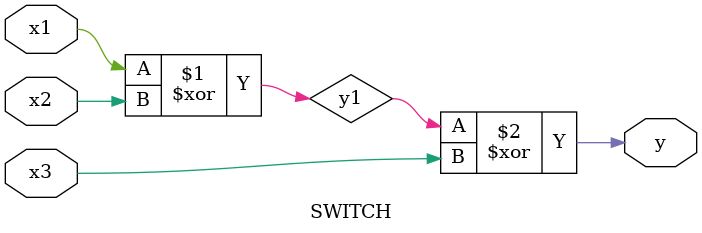
<source format=v>
module SWITCH(
    input x1,
    input x2,
    input x3,
    output y
    );
wire y1;
assign y1 = x1^x2;
assign y = y1^x3;

endmodule
</source>
